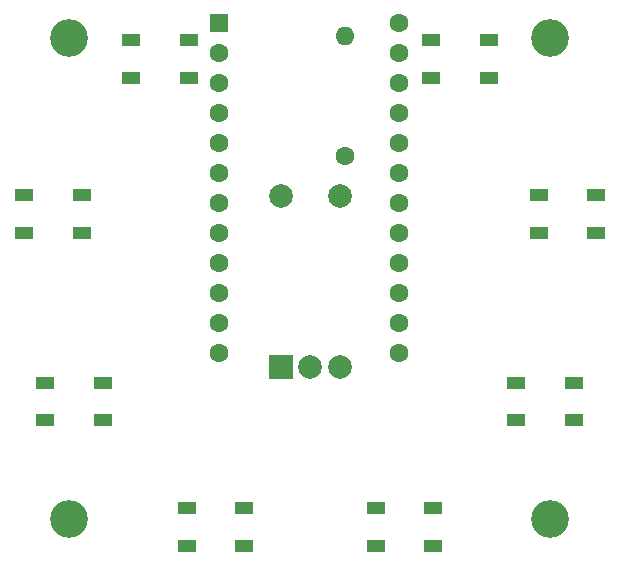
<source format=gbr>
%TF.GenerationSoftware,KiCad,Pcbnew,(5.1.10)-1*%
%TF.CreationDate,2021-11-28T19:12:49+01:00*%
%TF.ProjectId,VolumeKnob,566f6c75-6d65-44b6-9e6f-622e6b696361,rev?*%
%TF.SameCoordinates,Original*%
%TF.FileFunction,Soldermask,Top*%
%TF.FilePolarity,Negative*%
%FSLAX46Y46*%
G04 Gerber Fmt 4.6, Leading zero omitted, Abs format (unit mm)*
G04 Created by KiCad (PCBNEW (5.1.10)-1) date 2021-11-28 19:12:49*
%MOMM*%
%LPD*%
G01*
G04 APERTURE LIST*
%ADD10C,3.200000*%
%ADD11R,2.000000X2.000000*%
%ADD12C,2.000000*%
%ADD13R,1.500000X1.000000*%
%ADD14O,1.600000X1.600000*%
%ADD15C,1.600000*%
%ADD16R,1.600000X1.600000*%
G04 APERTURE END LIST*
D10*
%TO.C,REF\u002A\u002A*%
X78560000Y-114570000D03*
%TD*%
%TO.C,REF\u002A\u002A*%
X78560000Y-73830000D03*
%TD*%
%TO.C,REF\u002A\u002A*%
X119280000Y-73830000D03*
%TD*%
%TO.C,REF\u002A\u002A*%
X119280000Y-114540000D03*
%TD*%
D11*
%TO.C,SW1*%
X96430000Y-101730000D03*
D12*
X98930000Y-101730000D03*
X101430000Y-101730000D03*
X96430000Y-87230000D03*
X101430000Y-87230000D03*
%TD*%
D13*
%TO.C,D8*%
X83780000Y-74030000D03*
X83780000Y-77230000D03*
X88680000Y-74030000D03*
X88680000Y-77230000D03*
%TD*%
D14*
%TO.C,R1*%
X101930000Y-73670000D03*
D15*
X101930000Y-83830000D03*
%TD*%
D16*
%TO.C,U1*%
X91260000Y-72550000D03*
D15*
X91260000Y-75090000D03*
X91260000Y-77630000D03*
X91260000Y-80170000D03*
X91260000Y-82710000D03*
X91260000Y-85250000D03*
X91260000Y-87790000D03*
X91260000Y-90330000D03*
X91260000Y-92870000D03*
X91260000Y-95410000D03*
X91260000Y-97950000D03*
X91260000Y-100490000D03*
X106500000Y-100490000D03*
X106500000Y-97950000D03*
X106500000Y-95410000D03*
X106500000Y-92870000D03*
X106500000Y-90330000D03*
X106500000Y-87790000D03*
X106500000Y-85250000D03*
X106500000Y-82710000D03*
X106500000Y-80170000D03*
X106500000Y-77630000D03*
X106500000Y-75090000D03*
X106500000Y-72550000D03*
%TD*%
D13*
%TO.C,D7*%
X74680000Y-87130000D03*
X74680000Y-90330000D03*
X79580000Y-87130000D03*
X79580000Y-90330000D03*
%TD*%
%TO.C,D6*%
X76480000Y-103030000D03*
X76480000Y-106230000D03*
X81380000Y-103030000D03*
X81380000Y-106230000D03*
%TD*%
%TO.C,D5*%
X88480000Y-113630000D03*
X88480000Y-116830000D03*
X93380000Y-113630000D03*
X93380000Y-116830000D03*
%TD*%
%TO.C,D4*%
X104480000Y-113630000D03*
X104480000Y-116830000D03*
X109380000Y-113630000D03*
X109380000Y-116830000D03*
%TD*%
%TO.C,D3*%
X116380000Y-103030000D03*
X116380000Y-106230000D03*
X121280000Y-103030000D03*
X121280000Y-106230000D03*
%TD*%
%TO.C,D2*%
X118280000Y-87130000D03*
X118280000Y-90330000D03*
X123180000Y-87130000D03*
X123180000Y-90330000D03*
%TD*%
%TO.C,D1*%
X109180000Y-74030000D03*
X109180000Y-77230000D03*
X114080000Y-74030000D03*
X114080000Y-77230000D03*
%TD*%
M02*

</source>
